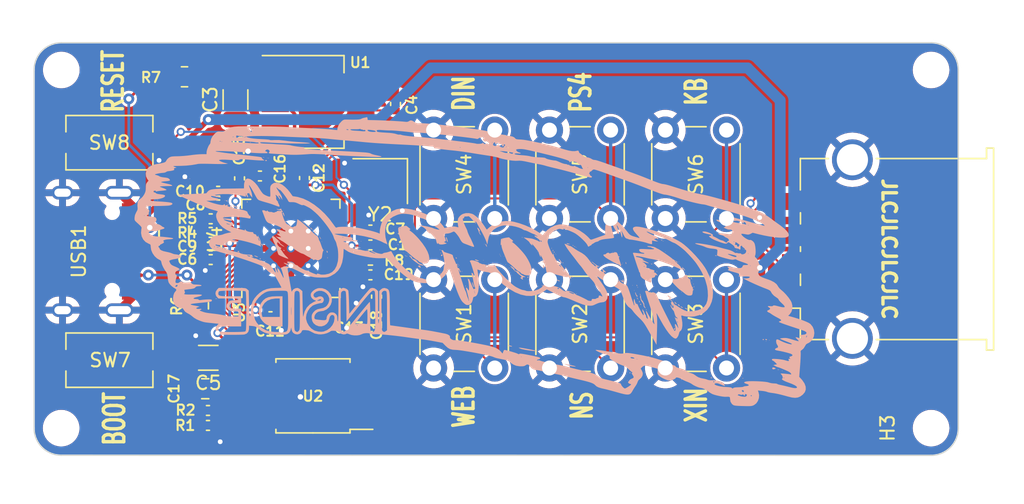
<source format=kicad_pcb>
(kicad_pcb (version 20221018) (generator pcbnew)
  (layers (0 "F.Cu" signal) (31 "B.Cu" signal) (34 "B.Paste" user) (35 "F.Paste" user) (36 "B.SilkS" user "B.Silkscreen") (37 "F.SilkS" user "F.Silkscreen") (38 "B.Mask" user) (39 "F.Mask" user) (44 "Edge.Cuts" user))
  (net 0 "")
  (net 1 "OPTION")
  (net 2 "+3V3")
  (net 3 "CROSS")
  (net 4 "CIRCLE")
  (net 5 "R2")
  (net 6 "+1V1")
  (net 7 "SQUARE")
  (net 8 "TRIANGLE")
  (net 9 "/~{USB_BOOT}")
  (net 10 "/QSPI_SS")
  (net 11 "/USB_D+")
  (net 12 "Net-(U3-USB_DP)")
  (net 13 "/USB_D-")
  (net 14 "D_P")
  (net 15 "D_M")
  (net 16 "Net-(U3-USB_DM)")
  (net 17 "/QSPI_SD1")
  (net 18 "Net-(USB1-CC2)")
  (net 19 "GND")
  (net 20 "/QSPI_SD2")
  (net 21 "/QSPI_SD0")
  (net 22 "/QSPI_SCLK")
  (net 23 "/QSPI_SD3")
  (net 24 "SHARE")
  (net 25 "UP")
  (net 26 "DOWN")
  (net 27 "RIGHT")
  (net 28 "LEFT")
  (net 29 "L2")
  (net 30 "R1")
  (net 31 "L1")
  (net 32 "PS")
  (net 33 "TP")
  (net 34 "/SWCLK")
  (net 35 "/SWD")
  (net 36 "/RUN")
  (net 47 "L3")
  (net 48 "R3")
  (net 49 "Net-(USB1-CC1)")
  (net 52 "Net-(C19-Pad1)")
  (net 53 "/XIN")
  (net 54 "/XOUT")
  (net 55 "+5V")
  (footprint "Capacitor_SMD:C_0402_1005Metric" (layer "F.Cu") (at 38.925 67.3 180)
    (fp_text reference "C19")
    (fp_text value "30p")
  )
  (footprint "MountingHole:MountingHole_2.2mm_M2" (layer "F.Cu") (at 80.175 52.225 90)
    (fp_text reference "H4" hide)
    (fp_text value "MountingHole")
  )
  (footprint "Capacitor_SMD:C_0402_1005Metric" (layer "F.Cu") (at 34.075 60.175 90)
    (fp_text reference "C12")
    (fp_text value "100n")
  )
  (footprint "Capacitor_SMD:C_0402_1005Metric" (layer "F.Cu") (at 38.925 64)
    (fp_text reference "C7")
    (fp_text value "100n")
  )
  (footprint "Capacitor_SMD:C_0402_1005Metric" (layer "F.Cu") (at 27.175 64.175)
    (fp_text reference "R4")
    (fp_text value "27")
  )
  (footprint "MountingHole:MountingHole_2.2mm_M2" (layer "F.Cu") (at 16.175 78.575 90)
    (fp_text reference "H1" hide)
    (fp_text value "MountingHole")
  )
  (footprint "Button_Switch_THT:SW_PUSH_6mm_H13mm" (layer "F.Cu") (at 48.075 56.65 -90)
    (fp_text reference locked "SW4")
    (fp_text value locked "SW_Push_Open")
  )
  (footprint "Connector_USB:USB_A_TE_292303-7_Horizontal" (layer "F.Cu") (at 77.085 65.4 90)
    (fp_text reference "J1" hide)
    (fp_text value "USB_A")
  )
  (footprint "Resistor_SMD:R_0402_1005Metric" (layer "F.Cu") (at 38.925 66.2 180)
    (fp_text reference "R8")
    (fp_text value "1k")
  )
  (footprint "Capacitor_SMD:C_0402_1005Metric" (layer "F.Cu") (at 31.575 70.375)
    (fp_text reference "C11")
    (fp_text value "100n")
  )
  (footprint "Button_Switch_SMD:SW_Tactile_SPST_NO_Straight_CK_PTS636Sx25SMTRLFS" (layer "F.Cu") (at 19.725 73.575)
    (fp_text reference "SW7")
    (fp_text value "SW_Push_Open")
  )
  (footprint "Package_TO_SOT_SMD:SOT-223-3_TabPin2" (layer "F.Cu") (at 35.075 54.575)
    (fp_text reference "U1")
    (fp_text value "NCP1117-3.3_SOT223")
  )
  (footprint "Button_Switch_THT:SW_PUSH_6mm_H13mm" (layer "F.Cu") (at 56.6 56.65 -90)
    (fp_text reference "SW5")
    (fp_text value "SW_Push_Open")
  )
  (footprint "Type-C:HRO-TYPE-C-31-M-12-Assembly" (layer "F.Cu") (at 13.675 65.575 -90)
    (fp_text reference "USB1")
    (fp_text value "HRO-TYPE-C-31-M-12")
  )
  (footprint "Capacitor_SMD:C_0402_1005Metric" (layer "F.Cu") (at 27.725 61.15 180)
    (fp_text reference "C10")
    (fp_text value "1u")
  )
  (footprint "Capacitor_SMD:C_0402_1005Metric" (layer "F.Cu") (at 27.175 63.175)
    (fp_text reference "R5")
    (fp_text value "27")
  )
  (footprint "Button_Switch_THT:SW_PUSH_6mm_H13mm" (layer "F.Cu") (at 56.6 67.65 -90)
    (fp_text reference "SW2")
    (fp_text value "SW_Push_Open")
  )
  (footprint "MountingHole:MountingHole_2.2mm_M2" (layer "F.Cu") (at 80.175 78.575 90)
    (fp_text reference "H3")
    (fp_text value "MountingHole")
  )
  (footprint "Button_Switch_THT:SW_PUSH_6mm_H13mm" (layer "F.Cu") (at 65.125 67.65 -90)
    (fp_text reference "SW3")
    (fp_text value "SW_Push_Open")
  )
  (footprint "Capacitor_SMD:C_0402_1005Metric" (layer "F.Cu") (at 27.175 65.175 180)
    (fp_text reference "C9")
    (fp_text value "100n")
  )
  (footprint "Capacitor_SMD:C_1206_3216Metric" (layer "F.Cu") (at 29 54.4 90)
    (fp_text reference "C3")
    (fp_text value "10u")
  )
  (footprint "Crystal:Crystal_SMD_3225-4Pin_3.2x2.5mm" (layer "F.Cu") (at 39.65 60.4 180)
    (fp_text reference "Y2")
    (fp_text value "Crystal_GND24")
  )
  (footprint "Capacitor_SMD:C_0402_1005Metric" (layer "F.Cu") (at 34.975 71.195)
    (fp_text reference "C13")
    (fp_text value "100n")
  )
  (footprint "Capacitor_SMD:C_0402_1005Metric" (layer "F.Cu") (at 26.975 78.375 180)
    (fp_text reference "R1")
    (fp_text value "1k")
  )
  (footprint "Capacitor_SMD:C_0402_1005Metric" (layer "F.Cu") (at 27.725 62.15 180)
    (fp_text reference "C8")
    (fp_text value "1u")
  )
  (footprint "Button_Switch_SMD:SW_Tactile_SPST_NO_Straight_CK_PTS636Sx25SMTRLFS" (layer "F.Cu") (at 19.725 57.575)
    (fp_text reference "SW8")
    (fp_text value "SW_Push_Open")
  )
  (footprint "Capacitor_SMD:C_0402_1005Metric" (layer "F.Cu") (at 26.975 77.275)
    (fp_text reference "R2")
    (fp_text value "10k")
  )
  (footprint "Capacitor_SMD:C_0402_1005Metric" (layer "F.Cu") (at 30.8 60.025 180)
    (fp_text reference "C16")
    (fp_text value "100n")
  )
  (footprint "Capacitor_SMD:C_1206_3216Metric" (layer "F.Cu") (at 27 73.4 180)
    (fp_text reference "C5")
    (fp_text value "10u")
  )
  (footprint "Capacitor_SMD:C_0402_1005Metric" (layer "F.Cu") (at 29.3 60.2 90)
    (fp_text reference "C15")
    (fp_text value "100n")
  )
  (footprint "Button_Switch_THT:SW_PUSH_6mm_H13mm" (layer "F.Cu") (at 48.075 67.65 -90)
    (fp_text reference locked "SW1")
    (fp_text value "SW_Push_Open")
  )
  (footprint "Resistor_SMD:R_0805_2012Metric" (layer "F.Cu") (at 25.25 52.725)
    (fp_text reference "R7")
    (fp_text value "5.1k")
  )
  (footprint "MountingHole:MountingHole_2.2mm_M2" (layer "F.Cu") (at 16.185 52.225 90)
    (fp_text reference "H2" hide)
    (fp_text value "MountingHole")
  )
  (footprint "Capacitor_SMD:C_0805_2012Metric" (layer "F.Cu") (at 26.775 75.675 180)
    (fp_text reference "C17")
    (fp_text value "10u")
  )
  (footprint "Package_SO:SOIC-8_5.23x5.23mm_P1.27mm" (layer "F.Cu") (at 34.7 76.2 180)
    (fp_text reference "U2")
    (fp_text value "W25Q128JVS")
  )
  (footprint "Capacitor_SMD:C_0402_1005Metric" (layer "F.Cu") (at 39.375 68.9 90)
    (fp_text reference "C18")
    (fp_text value "30p")
  )
  (footprint "Resistor_SMD:R_0805_2012Metric" (layer "F.Cu") (at 26.275 69.575 -90)
    (fp_text reference "R6")
    (fp_text value "5.1k")
  )
  (footprint "Capacitor_SMD:C_0402_1005Metric" (layer "F.Cu") (at 27.175 66.175 180)
    (fp_text reference "C6")
    (fp_text value "100n")
  )
  (footprint "RP2040_minimal:RP2040-QFN-56" (layer "F.Cu") (at 33.075 65.35 90)
    (fp_text reference "U3")
    (fp_text value "RP2040")
  )
  (footprint "Button_Switch_THT:SW_PUSH_6mm_H13mm" (layer "F.Cu") (at 65.125 56.65 -90)
    (fp_text reference "SW6")
    (fp_text value "SW_Push_Open")
  )
  (footprint "Capacitor_SMD:C_0402_1005Metric" (layer "F.Cu") (at 38.925 65.1)
    (fp_text reference "C14")
    (fp_text value "100n")
  )
  (footprint "Capacitor_SMD:C_0402_1005Metric" (layer "F.Cu") (at 40.775 54.725 90)
    (fp_text reference "C4")
    (fp_text value "100n")
  )
  (footprint "SMF05CT1G:SOT65P210X110-6N" (layer "F.Cu") (at 24.475 64.4 -90)
    (fp_text reference "U4")
    (fp_text value "SMF05CT1G")
  )
  (footprint "Logo:gp2040-ce-logo-inside-BW" (layer "B.Cu") (at 46.6 66.325 180)
    (fp_text reference "G***" hide)
    (fp_text value "LOGO" hide)
  )
  (gr_line (start 82.175 52.225) (end 82.175 78.575) (stroke (width 0.1)) (layer "Edge.Cuts"))
  (gr_line (start 14.185 52.225) (end 14.185 78.575) (stroke (width 0.1)) (layer "Edge.Cuts"))
  (gr_arc (start 14.185 52.225) (mid 14.770786 50.810786) (end 16.185 50.225) (stroke (width 0.1)) (layer "Edge.Cuts"))
  (gr_line (start 16.185 50.225) (end 80.175 50.225) (stroke (width 0.1)) (layer "Edge.Cuts"))
  (gr_arc (start 80.175 50.225) (mid 81.589214 50.810786) (end 82.175 52.225) (stroke (width 0.1)) (layer "Edge.Cuts"))
  (gr_line (start 80.175 80.575) (end 16.175 80.565) (stroke (width 0.1)) (layer "Edge.Cuts"))
  (gr_arc (start 16.175 80.565) (mid 14.767858 79.982142) (end 14.185 78.575) (stroke (width 0.1)) (layer "Edge.Cuts"))
  (gr_arc (start 82.175 78.575) (mid 81.589214 79.989214) (end 80.175 80.575) (stroke (width 0.1)) (layer "Edge.Cuts"))
  (gr_text "NS" (at 55.375 78.075 90) (layer "F.SilkS") (effects (font (size 1.5 1) (thickness 0.25) bold) (justify left bottom)))
  (gr_text "WEB" (at 46.675 78.675 90) (layer "F.SilkS") (effects (font (size 1.5 1) (thickness 0.25) bold) (justify left bottom)))
  (gr_text "BOOT" (at 20.975 79.975 90) (layer "F.SilkS") (effects (font (size 1.5 1) (thickness 0.25) bold) (justify left bottom)))
  (gr_text "RESET" (at 20.875 55.475 90) (layer "F.SilkS") (effects (font (size 1.5 1) (thickness 0.25) bold) (justify left bottom)))
  (gr_text "PS4" (at 55.275 55.475 90) (layer "F.SilkS") (effects (font (size 1.5 1) (thickness 0.25) bold) (justify left bottom)))
  (gr_text "KB" (at 63.775 54.975 90) (layer "F.SilkS") (effects (font (size 1.5 1) (thickness 0.25) bold) (justify left bottom)))
  (gr_text "JLCJLCJLCJLC" (at 77.085 65.4 -90) (layer "F.SilkS") (effects (font (size 1 1) (thickness 0.25) bold)))
  (gr_text "DIN" (at 46.675 55.375 90) (layer "F.SilkS") (effects (font (size 1.5 1) (thickness 0.25) bold) (justify left bottom)))
  (gr_text "XIN\n" (at 63.775 78.275 90) (layer "F.SilkS") (effects (font (size 1.5 1) (thickness 0.25) bold) (justify left bottom)))
  (segment (start 32.998 71.581475) (end 32.998 69.998) (width 0.15) (layer "F.Cu") (net 1))
  (segment (start 32.998 69.998) (end 32.675 69.675) (width 0.15) (layer "F.Cu") (net 1))
  (segment (start 32.675 69.675) (end 31.665381 69.675) (width 0.15) (layer "F.Cu") (net 1))
  (segment (start 46.374 72.449) (end 33.865524 72.449) (width 0.15) (layer "F.Cu") (net 1))
  (segment (start 31.665381 69.675) (end 31.275 69.284619) (width 0.15) (layer "F.Cu") (net 1))
  (segment (start 33.865524 72.449) (end 32.998 71.581475) (width 0.15) (layer "F.Cu") (net 1))
  (segment (start 31.275 69.284619) (end 31.275 68.7875) (width 0.15) (layer "F.Cu") (net 1))
  (segment (start 48.075 74.15) (end 46.374 72.449) (width 0.15) (layer "F.Cu") (net 1))
  (segment (start 48.075 74.15) (end 48.075 67.65) (width 0.25) (layer "B.Cu") (net 1))
  (segment (start 38.85 55.2) (end 40.77 55.2) (width 0.15) (layer "F.Cu") (net 2))
  (segment (start 27.725 75.675) (end 28.475 74.925) (width 0.15) (layer "F.Cu") (net 2))
  (segment (start 31.28 60.025) (end 31.28 60.37) (width 0.15) (layer "F.Cu") (net 2))
  (segment (start 29 61.875) (end 29 62.5) (width 0.15) (layer "F.Cu") (net 2))
  (segment (start 35.975 57.748) (end 35.975 56.825) (width 0.25) (layer "F.Cu") (net 2))
  (segment (start 29 61.875) (end 29 63) (width 0.15) (layer "F.Cu") (net 2))
  (segment (start 30.675 62.775) (end 30.65 62.75) (width 0.15) (layer "F.Cu") (net 2))
  (segment (start 37.55 65.15) (end 38.395 65.15) (width 0.15) (layer "F.Cu") (net 2))
  (segment (start 34.875 60.68) (end 34.1 60.68) (width 0.2) (layer "F.Cu") (net 2))
  (segment (start 33.347814 58.348) (end 32.823 58.872814) (width 0.25) (layer "F.Cu") (net 2))
  (segment (start 38.395 65.15) (end 38.445 65.1) (width 0.15) (layer "F.Cu") (net 2))
  (segment (start 29.305 78.105) (end 27.725 76.525) (width 0.15) (layer "F.Cu") (net 2))
  (segment (start 33.859619 68.075) (end 30.690381 68.075) (width 0.15) (layer "F.Cu") (net 2))
  (segment (start 28.575 64.975) (end 28.75 65.15) (width 0.2) (layer "F.Cu") (net 2))
  (segment (start 30.475 69.875) (end 30.475 68.7875) (width 0.15) (layer "F.Cu") (net 2))
  (segment (start 30.675 62.775) (end 30.475 62.575) (width 0.15) (layer "F.Cu") (net 2))
  (segment (start 32.823 58.872814) (end 32.823 59.822814) (width 0.25) (layer "F.Cu") (net 2))
  (segment (start 34.075 62.575) (end 33.875 62.775) (width 0.15) (layer "F.Cu") (net 2))
  (segment (start 29 60.98) (end 29.3 60.68) (width 0.15) (layer "F.Cu") (net 2))
  (segment (start 31.601 60.346) (end 31.28 60.025) (width 0.25) (layer "F.Cu") (net 2))
  (segment (start 27.725 76.525) (end 27.725 75.675) (width 0.15) (layer "F.Cu") (net 2))
  (segment (start 34.075 68.290381) (end 33.859619 68.075) (width 0.15) (layer "F.Cu") (net 2))
  (segment (start 28.375 65.175) (end 27.655 65.175) (width 0.15) (layer "F.Cu") (net 2))
  (segment (start 30.475 69.875) (end 30.975 70.375) (width 0.15) (layer "F.Cu") (net 2))
  (segment (start 33.875 62.775) (end 30.675 62.775) (width 0.15) (layer "F.Cu") (net 2))
  (segment (start 29.15 63.15) (end 29.6375 63.15) (width 0.15) (layer "F.Cu") (net 2))
  (segment (start 30.975 70.375) (end 31.095 70.375) (width 0.15) (layer "F.Cu") (net 2))
  (segment (start 34.075 70.775) (end 34.495 71.195) (width 0.15) (layer "F.Cu") (net 2))
  (segment (start 38.225 54.575) (end 38.85 55.2) (width 0.15) (layer "F.Cu") (net 2))
  (segment (start 31.1 78.105) (end 29.305 78.105) (width 0.15) (layer "F.Cu") (net 2))
  (segment (start 30.475 62.575) (end 30.475 61.9125) (width 0.15) (layer "F.Cu") (net 2))
  (segment (start 31.28 60.37) (end 30.475 61.175) (width 0.15) (layer "F.Cu") (net 2))
  (segment (start 34.075 68.7875) (end 34.075 70.775) (width 0.15) (layer "F.Cu") (net 2))
  (segment (start 30.475 61.175) (end 30.475 61.9125) (width 0.15) (layer "F.Cu") (net 2))
  (segment (start 40.77 55.2) (end 40.775 55.205) (width 0.15) (layer "F.Cu") (net 2))
  (segment (start 30.475 68.290381) (end 30.475 68.7875) (width 0.15) (layer "F.Cu") (net 2))
  (segment (start 28.83 61.15) (end 28.205 61.15) (width 0.15) (layer "F.Cu") (net 2))
  (segment (start 30.690381 68.075) (end 30.475 68.290381) (width 0.15) (layer "F.Cu") (net 2))
  (segment (start 33.347814 55.447814) (end 33.347814 58.348) (width 0.25) (layer "F.Cu") (net 2))
  (segment (start 29.25 62.75) (end 29.6375 62.75) (width 0.15) (layer "F.Cu") (net 2))
  (segment (start 35.975 56.825) (end 38.225 54.575) (width 0.25) (layer "F.Cu") (net 2))
  (segment (start 32.299814 60.346) (end 31.601 60.346) (width 0.25) (layer "F.Cu") (net 2))
  (segment (start 37.55 65.15) (end 36.5125 65.15) (width 0.15) (layer "F.Cu") (net 2))
  (segment (start 30.3 63.15) (end 29.6375 63.15) (width 0.15) (layer "F.Cu") (net 2))
  (segment (start 29 63) (end 29.15 63.15) (width 0.15) (layer "F.Cu") (net 2))
  (segment (start 28.575 64.975) (end 28.375 65.175) (width 0.15) (layer "F.Cu") (net 2))
  (segment (start 28.475 73.4) (end 28.475 72.375) (width 0.2) (layer "F.Cu") (net 2))
  (segment (start 34.1 60.68) (end 34.075 60.655) (width 0.2) (layer "F.Cu") (net 2))
  (segment (start 28.8 64.75) (end 29.6375 64.75) (width 0.2) (layer "F.Cu") (net 2))
  (segment (start 28.575 64.975) (end 28.8 64.75) (width 0.2) (layer "F.Cu") (net 2))
  (segment (start 28.75 65.15) (end 29.6375 65.15) (width 0.2) (layer "F.Cu") (net 2))
  (segment (start 28.475 74.925) (end 28.475 73.4) (width 0.15) (layer "F.Cu") (net 2))
  (segment (start 29.3 60.68) (end 28.83 61.15) (width 0.15) (layer "F.Cu") (net 2))
  (segment (start 34.075 68.7875) (end 34.075 68.290381) (width 0.15) (layer "F.Cu") (net 2))
  (segment (start 26.495 77.275) (end 26.495 76.905) (width 0.15) (layer "F.Cu") (net 2))
  (segment (start 33.347814 58.348) (end 35.375 58.348) (width 0.25) (layer "F.Cu") (net 2))
  (segment (start 26.495 76.905) (end 27.725 75.675) (width 0.15) (layer "F.Cu") (net 2))
  (segment (start 30.675 62.775) (end 30.3 63.15) (width 0.15) (layer "F.Cu") (net 2))
  (segment (start 30.65 62.75) (end 29.6375 62.75) (width 0.15) (layer "F.Cu") (net 2))
  (segment (start 34.075 61.9125) (end 34.075 62.575) (width 0.15) (layer "F.Cu") (net 2))
  (segment (start 34.075 61.9125) (end 34.075 60.655) (width 0.15) (layer "F.Cu") (net 2))
  (segment (start 32.823 59.822814) (end 32.299814 60.346) (width 0.25) (layer "F.Cu") (net 2))
  (segment (start 29 61.875) (end 29 60.98) (width 0.15) (layer "F.Cu") (net 2))
  (segment (start 28.475 72.375) (end 27.675 71.575) (width 0.2) (layer "F.Cu") (net 2))
  (segment (start 32.475 54.575) (end 33.347814 55.447814) (width 0.25) (layer "F.Cu") (net 2))
  (segment (start 35.375 58.348) (end 35.975 57.748) (width 0.25) (layer "F.Cu") (net 2))
  (segment (start 29 62.5) (end 29.25 62.75) (width 0.15) (layer "F.Cu") (net 2))
  (segment (start 31.925 54.575) (end 32.475 54.575) (width 0.25) (layer "F.Cu") (net 2))
  (via (at 34.875 60.68) (size 0.6) (drill 0.35) (layers "F.Cu" "B.Cu") (net 2))
  (via (at 37.55 65.15) (size 0.6) (drill 0.35) (layers "F.Cu" "B.Cu") (net 2))
  (via (at 29 61.875) (size 0.6) (drill 0.35) (layers "F.Cu" "B.Cu") (net 2))
  (via (at 28.575 64.975) (size 0.6) (drill 0.35) (layers "F.Cu" "B.Cu") (net 2))
  (via (at 30.475 69.875) (size 0.6) (drill 0.35) (layers "F.Cu" "B.Cu") (net 2))
  (via (at 27.675 71.575) (size 0.6) (drill 0.35) (layers "F.Cu" "B.Cu") (net 2))
  (segment (start 29.475 69.875) (end 28.525 68.925) (width 0.2) (layer "B.Cu") (net 2))
  (segment (start 36.155 60.68) (end 34.875 60.68) (width 0.2) (layer "B.Cu") (net 2))
  (segment (start 36.37 60.895) (end 36.155 60.68) (width 0.2) (layer "B.Cu") (net 2))
  (segment (start 36.7244 61.28) (end 36.37 60.9256) (width 0.2) (layer "B.Cu") (net 2))
  (segment (start 36.755 61.28) (end 36.7244 61.28) (width 0.2) (layer "B.Cu") (net 2))
  (segment (start 37.55 62.075) (end 36.755 61.28) (width 0.2) (layer "B.Cu") (net 2))
  (segment (start 29 64.55) (end 28.575 64.975) (width 0.2) (layer "B.Cu") (net 2))
  (segment (start 28.575 70.675) (end 28.575 64.975) (width 0.2) (layer "B.Cu") (net 2))
  (segment (start 30.475 69.875) (end 29.475 69.875) (width 0.2) (layer "B.Cu") (net 2))
  (segment (start 27.675 71.575) (end 28.575 70.675) (width 0.2) (layer "B.Cu") (net 2))
  (segment (start 29 61.875) (end 29 64.55) (width 0.2) (layer "B.Cu") (net 2))
  (segment (start 37.55 65.15) (end 37.55 62.075) (width 0.2) (layer "B.Cu") (net 2))
  (segment (start 36.37 60.9256) (end 36.37 60.895) (width 0.2) (layer "B.Cu") (net 2))
  (segment (start 54.622 72.172) (end 33.980262 72.172) (width 0.15) (layer "F.Cu") (net 3))
  (segment (start 33.980262 72.172) (end 33.275 71.466738) (width 0.15) (layer "F.Cu") (net 3))
  (segment (start 56.6 74.15) (end 54.622 72.172) (width 0.15) (layer "F.Cu") (net 3))
  (segment (start 33.275 71.466738) (end 33.275 68.7875) (width 0.15) (layer "F.Cu") (net 3))
  (segment (start 56.6 74.15) (end 56.6 67.65) (width 0.25) (layer "B.Cu") (net 3))
  (segment (start 34.095 71.895) (end 62.87 71.895) (width 0.15) (layer "F.Cu") (net 4))
  (segment (start 62.87 71.895) (end 65.125 74.15) (width 0.15) (layer "F.Cu") (net 4))
  (segment (start 33.675 71.475) (end 34.095 71.895) (width 0.15) (layer "F.Cu") (net 4))
  (segment (start 33.675 68.7875) (end 33.675 71.475) (width 0.15) (layer "F.Cu") (net 4))
  (segment (start 65.125 67.65) (end 65.125 74.15) (width 0.25) (layer "B.Cu") (net 4))
  (segment (start 34.939 70.539) (end 34.475 70.075) (width 0.15) (layer "F.Cu") (net 5))
  (segment (start 63.1 65.175) (end 42.675 65.175) (width 0.15) (layer "F.Cu") (net 5))
  (segment (start 41.575 66.275) (end 41.575 69.375) (width 0.15) (layer "F.Cu") (net 5))
  (segment (start 42.675 65.175) (end 41.575 66.275) (width 0.15) (layer "F.Cu") (net 5))
  (segment (start 40.410999 70.539) (end 34.939 70.539) (width 0.15) (layer "F.Cu") (net 5))
  (segment (start 41.575 69.375) (end 40.410999 70.539) (width 0.15) (layer "F.Cu") (net 5))
  (segment (start 34.475 70.075) (end 34.475 68.7875) (width 0.15) (layer "F.Cu") (net 5))
  (segment (start 65.125 63.15) (end 63.1 65.175) (width 0.15) (layer "F.Cu") (net 5))
  (segment (start 65.125 63.15) (end 65.125 56.65) (width 0.25) (layer "B.Cu") (net 5))
  (segment (start 28.024576 66.175) (end 27.655 66.175) (width 0.15) (layer "F.Cu") (net 6))
  (segment (start 28.275 62.695244) (end 28.205 62.625244) (width 0.15) (layer "F.Cu") (net 6))
  (segment (start 29.6375 65.55) (end 28.649576 65.55) (width 0.15) (layer "F.Cu") (net 6))
  (segment (start 34.975 63.075) (end 30.875 63.075) (width 0.15) (layer "F.Cu") (net 6))
  (segment (start 30.2 65.55) (end 30.475 65.275) (width 0.15) (layer "F.Cu") (net 6))
  (segment (start 37.075 64.75) (end 36.5125 64.75) (width 0.15) (layer "F.Cu") (net 6))
  (segment (start 29.6375 63.55) (end 28.958262 63.55) (width 0.15) (layer "F.Cu") (net 6))
  (segment (start 30.4 63.55) (end 30.291738 63.55) (width 0.15) (layer "F.Cu") (net 6))
  (segment (start 28.958262 63.55) (end 28.275 62.866738) (width 0.15) (layer "F.Cu") (net 6))
  (segment (start 38.445 64) (end 37.825 64) (width 0.15) (layer "F.Cu") (net 6))
  (segment (start 36.5125 64.75) (end 36.015381 64.75) (width 0.15) (layer "F.Cu") (net 6))
  (segment (start 28.275 62.866738) (end 28.275 62.695244) (width 0.15) (layer "F.Cu") (net 6))
  (segment (start 28.205 62.625244) (end 28.205 62.15) (width 0.15) (layer "F.Cu") (net 6))
  (segment (start 28.649576 65.55) (end 28.024576 66.175) (width 0.15) (layer "F.Cu") (net 6))
  (segment (start 35.675 63.775) (end 34.975 63.075) (width 0.15) (layer "F.Cu") (net 6))
  (segment (start 37.825 64) (end 37.075 64.75) (width 0.15) (layer "F.Cu") (net 6))
  (segment (start 30.291738 63.55) (end 29.6375 63.55) (width 0.15) (layer "F.Cu") (net 6))
  (segment (start 30.475 63.733262) (end 30.291738 63.55) (width 0.15) (layer "F.Cu") (net 6))
  (segment (start 36.015381 64.75) (end 35.675 64.409619) (width 0.15) (layer "F.Cu") (net 6))
  (segment (start 30.875 63.075) (end 30.4 63.55) (width 0.15) (layer "F.Cu") (net 6))
  (segment (start 29.6375 65.55) (end 30.2 65.55) (width 0.15) (layer "F.Cu") (net 6))
  (segment (start 30.475 65.275) (end 30.475 63.733262) (width 0.15) (layer "F.Cu") (net 6))
  (segment (start 35.675 64.409619) (end 35.675 63.775) (width 0.15) (layer "F.Cu") (net 6))
  (segment (start 48.075 63.15) (end 46.327 64.898) (width 0.15) (layer "F.Cu") (net 7))
  (segment (start 41.298 66.160263) (end 41.298 69.260262) (width 0.15) (layer "F.Cu") (net 7))
  (segment (start 41.298 69.260262) (end 40.296262 70.262) (width 0.15) (layer "F.Cu") (net 7))
  (segment (start 35.662 70.262) (end 35.275 69.875) (width 0.15) (layer "F.Cu") (net 7))
  (segment (start 40.296262 70.262) (end 35.662 70.262) (width 0.15) (layer "F.Cu") (net 7))
  (segment (start 42.560262 64.898) (end 41.298 66.160263) (width 0.15) (layer "F.Cu") (net 7))
  (segment (start 46.327 64.898) (end 42.560262 64.898) (width 0.15) (layer "F.Cu") (net 7))
  (segment (start 35.275 69.875) (end 35.275 68.7875) (width 0.15) (layer "F.Cu") (net 7))
  (segment (start 48.075 63.15) (end 48.075 56.65) (width 0.25) (layer "B.Cu") (net 7))
  (segment (start 40.181524 69.985) (end 36.085 69.985) (width 0.15) (layer "F.Cu") (net 8))
  (segment (start 36.085 69.985) (end 35.675 69.575) (width 0.15) (layer "F.Cu") (net 8))
  (segment (start 56.6 63.15) (end 55.125 61.675) (width 0.15) (layer "F.Cu") (net 8))
  (segment (start 35.675 69.575) (end 35.675 68.7875) (width 0.15) (layer "F.Cu") (net 8))
  (segment (start 41.021 66.045526) (end 41.021 69.145524) (width 0.15) (layer "F.Cu") (net 8))
  (segment (start 42.925 61.675) (end 42.2 62.4) (width 0.15) (layer "F.Cu") (net 8))
  (segment (start 42.2 62.4) (end 42.2 64.866526) (width 0.15) (layer "F.Cu") (net 8))
  (segment (start 55.125 61.675) (end 42.925 61.675) (width 0.15) (layer "F.Cu") (net 8))
  (segment (start 42.2 64.866526) (end 41.021 66.045526) (width 0.15) (layer "F.Cu") (net 8))
  (segment (start 41.021 69.145524) (end 40.181524 69.985) (width 0.15) (layer "F.Cu") (net 8))
  (segment (start 56.6 63.15) (end 56.6 56.65) (width 0.25) (layer "B.Cu") (net 8))
  (segment (start 25.375 78.375) (end 23.6 76.6) (width 0.15) (layer "F.Cu") (net 9))
  (segment (start 23.6 76.6) (end 23.6 73.575) (width 0.15) (layer "F.Cu") (net 9))
  (segment (start 26.495 78.375) (end 25.375 78.375) (width 0.15) (layer "F.Cu") (net 9))
  (segment (start 27.455 78.375) (end 27.915 78.375) (width 0.15) (layer "F.Cu") (net 10))
  (segment (start 40 76.75) (end 38.645 78.105) (width 0.15) (layer "F.Cu") (net 10))
  (segment (start 40 73.3) (end 40 76.75) (width 0.15) (layer "F.Cu") (net 10))
  (segment (start 27.915 78.375) (end 28.815 79.275) (width 0.15) (layer "F.Cu") (net 10))
  (segment (start 39.426 72.726) (end 40 73.3) (width 0.15) (layer "F.Cu") (net 10))
  (segment (start 27.455 77.275) (end 27.455 78.375) (width 0.15) (layer "F.Cu") (net 10))
  (segment (start 38.645 78.105) (end 38.3 78.105) (width 0.15) (layer "F.Cu") (net 10))
  (segment (start 28.675 69.675) (end 31.726 72.726) (width 0.15) (layer "F.Cu") (net 10))
  (segment (start 29 67.95) (end 28.675 68.275) (width 0.15) (layer "F.Cu") (net 10))
  (segment (start 31.726 72.726) (end 39.426 72.726) (width 0.15) (layer "F.Cu") (net 10))
  (segment (start 28.815 79.275) (end 36.575 79.275) (width 0.15) (layer "F.Cu") (net 10))
  (segment (start 36.575 79.275) (end 37.745 78.105) (width 0.15) (layer "F.Cu") (net 10))
  (segment (start 37.745 78.105) (end 38.3 78.105) (width 0.15) (layer "F.Cu") (net 10))
  (segment (start 29.6375 67.95) (end 29 67.95) (width 0.15) (layer "F.Cu") (net 10))
  (segment (start 28.675 68.275) (end 28.675 69.675) (width 0.15) (layer "F.Cu") (net 10))
  (segment (start 25.763229 66.611771) (end 24.736771 66.611771) (width 0.2) (layer "F.Cu") (net 11))
  (segment (start 20.395 65.325) (end 21.37 65.325) (width 0.2) (layer "F.Cu") (net 11))
  (segment (start 24.736771 66.611771) (end 24.475 66.35) (width 0.2) (layer "F.Cu") (net 11))
  (segment (start 26.695 64.175) (end 26.075 64.795) (width 0.2) (layer "F.Cu") (net 11))
  (segment (start 24.475 66.35) (end 24.475 65.335) (width 0.2) (layer "F.Cu") (net 11))
  (segment (start 20.395 66.325) (end 20.345 66.275) (width 0.2) (layer "F.Cu") (net 11))
  (segment (start 26.075 64.795) (end 26.075 66.3) (width 0.2) (layer "F.Cu") (net 11))
  (segment (start 26.075 66.3) (end 25.763229 66.611771) (width 0.2) (layer "F.Cu") (net 11))
  (segment (start 20.345 65.375) (end 20.395 65.325) (width 0.2) (layer "F.Cu") (net 11))
  (segment (start 21.37 66.325) (end 20.395 66.325) (width 0.2) (layer "F.Cu") (net 11))
  (segment (start 20.345 66.275) (end 20.345 65.375) (width 0.2) (layer "F.Cu") (net 11))
  (segment (start 24.736771 66.611771) (end 24.45 66.325) (width 0.2) (layer "F.Cu") (net 11))
  (segment (start 24.45 66.325) (end 21.37 66.325) (width 0.2) (layer "F.Cu") (net 11))
  (segment (start 28.775 64.175) (end 28.95 64.35) (width 0.15) (layer "F.Cu") (net 12))
  (segment (start 27.655 64.175) (end 28.775 64.175) (width 0.15) (layer "F.Cu") (net 12))
  (segment (start 28.95 64.35) (end 29.6375 64.35) (width 0.15) (layer "F.Cu") (net 12))
  (segment (start 22.885 64.505) (end 24.771418 64.505) (width 0.2) (layer "F.Cu") (net 13))
  (segment (start 22.225 64.825) (end 21.37 64.825) (width 0.2) (layer "F.Cu") (net 13))
  (segment (start 25.748 66.164552) (end 25.627781 66.284771) (width 0.2) (layer "F.Cu") (net 13))
  (segment (start 22.195 65.825) (end 22.395 65.625) (width 0.2) (layer "F.Cu") (net 13))
  (segment (start 25.125 64.858582) (end 25.125 65.335) (width 0.2) (layer "F.Cu") (net 13))
  (segment (start 22.395 64.995) (end 22.225 64.825) (width 0.2) (layer "F.Cu") (net 13))
  (segment (start 21.37 65.825) (end 22.195 65.825) (width 0.2) (layer "F.Cu") (net 13))
  (segment (start 25.125 66.15) (end 25.125 65.335) (width 0.2) (layer "F.Cu") (net 13))
  (segment (start 22.395 64.995) (end 22.885 64.505) (width 0.2) (layer "F.Cu") (net 13))
  (segment (start 25.748 64.122) (end 25.748 66.164552) (width 0.2) (layer "F.Cu") (net 13))
  (segment (start 22.395 65.625) (end 22.395 64.995) (width 0.2) (layer "F.Cu") (net 13))
  (segment (start 25.259771 66.284771) (end 25.125 66.15) (width 0.2) (layer "F.Cu") (net 13))
  (segment (start 24.771418 64.505) (end 25.125 64.858582) (width 0.2) (layer "F.Cu") (net 13))
  (segment (start 25.627781 66.284771) (end 25.259771 66.284771) (width 0.2) (layer "F.Cu") (net 13))
  (segment (start 26.695 63.175) (end 25.748 64.122) (width 0.2) (layer "F.Cu") (net 13))
  (segment (start 66.458262 54.475) (end 43.466738 54.475) (width 0.15) (layer "F.Cu") (net 14))
  (segment (start 35.698 58.952) (end 33.814738 58.952) (width 0.15) (layer "F.Cu") (net 14))
  (segment (start 36.175 58.475) (end 35.698 58.952) (width 0.15) (layer "F.Cu") (net 14))
  (segment (start 67.198 55.214738) (end 66.458262 54.475) (width 0.15) (layer "F.Cu") (net 14))
  (segment (start 43.466738 54.475) (end 39.466737 58.475) (width 0.15) (layer "F.Cu") (net 14))
  (segment (start 67.198 61.732) (end 67.198 55.214738) (width 0.15) (layer "F.Cu") (net 14))
  (segment (start 66.895 62.035) (end 67.198 61.732) (width 0.15) (layer "F.Cu") (net 14))
  (segment (start 31.275 61.275) (end 31.275 61.9125) (width 0.15) (layer "F.Cu") (net 14))
  (segment (start 32.55 60.95) (end 31.6 60.95) (width 0.15) (layer "F.Cu") (net 14))
  (segment (start 39.466737 58.475) (end 36.175 58.475) (width 0.15) (layer "F.Cu") (net 14))
  (segment (start 33.814738 58.952) (end 33.427 59.339738) (width 0.15) (layer "F.Cu") (net 14))
  (segment (start 31.6 60.95) (end 31.275 61.275) (width 0.15) (layer "F.Cu") (net 14))
  (segment (start 33.427 60.073) (end 32.55 60.95) (width 0.15) (layer "F.Cu") (net 14))
  (segment (start 33.427 59.339738) (end 33.427 60.073) (width 0.15) (layer "F.Cu") (net 14))
  (segment (start 68.875 64.4) (end 70.705 64.4) (width 0.15) (layer "F.Cu") (net 14))
  (segment (start 67.5625 63.0875) (end 68.875 64.4) (width 0.15) (layer "F.Cu") (net 14))
  (via (at 66.895 62.035) (size 0.6) (drill 0.35) (layers "F.Cu" "B.Cu") (net 14))
  (via (at 67.5625 63.0875) (size 0.6) (drill 0.35) (layers "F.Cu" "B.Cu") (net 14))
  (segment (start 67.5625 63.0875) (end 66.895 62.42) (width 0.15) (layer "B.Cu") (net 14))
  (segment (start 66.895 62.42) (end 66.895 62.035) (width 0.15) (layer "B.Cu") (net 14))
  (segment (start 66.573 54.198) (end 67.475 55.100001) (width 0.15) (layer "F.Cu") (net 15))
  (segment (start 30.875 61.283263) (end 31.485263 60.673) (width 0.15) (layer "F.Cu") (net 15))
  (segment (start 33.15 59.225) (end 33.7 58.675) (width 0.15) (layer "F.Cu") (net 15))
  (segment (start 32.435262 60.673) (end 33.15 59.958262) (width 0.15) (layer "F.Cu") (net 15))
  (segment (start 67.475 62.275244) (end 66.9825 62.767744) (width 0.15) (layer "F.Cu") (net 15))
  (segment (start 66.9825 64.3825) (end 69 66.4) (width 0.15) (layer "F.Cu") (net 15))
  (segment (start 35.583262 58.675) (end 36.060263 58.198) (width 0.15) (layer "F.Cu") (net 15))
  (segment (start 31.485263 60.673) (end 32.435262 60.673) (width 0.15) (layer "F.Cu") (net 15))
  (segment (start 69 66.4) (end 70.705 66.4) (width 0.15) (layer "F.Cu") (net 15))
  (segment (start 66.9825 62.767744) (end 66.9825 64.3825) (width 0.15) (layer "F.Cu") (net 15))
  (segment (start 33.7 58.675) (end 35.583262 58.675) (width 0.15) (layer "F.Cu") (net 15))
  (segment (start 39.352 58.198) (end 43.352 54.198) (width 0.15) (layer "F.Cu") (net 15))
  (segment (start 30.875 61.9125) (end 30.875 61.283263) (width 0.15) (layer "F.Cu") (net 15))
  (segment (start 43.352 54.198) (end 66.573 54.198) (width 0.15) (layer "F.Cu") (net 15))
  (segment (start 36.060263 58.198) (end 39.352 58.198) (width 0.15) (layer "F.Cu") (net 15))
  (segment (start 33.15 59.958262) (end 33.15 59.225) (width 0.15) (layer "F.Cu") (net 15))
  (segment (start 67.475 55.100001) (end 67.475 62.275244) (width 0.15) (layer "F.Cu") (net 15))
  (segment (start 27.655 63.175) (end 28.175 63.175) (width 0.15) (layer "F.Cu") (net 16))
  (segment (start 28.175 63.175) (end 28.95 63.95) (width 0.15) (layer "F.Cu") (net 16))
  (segment (start 28.95 63.95) (end 29.6375 63.95) (width 0.15) (layer "F.Cu") (net 16))
  (segment (start 28.398 69.789738) (end 31.611262 73.003) (width 0.15) (layer "F.Cu") (net 17))
  (segment (start 38.605 76.835) (end 38.3 76.835) (width 0.15) (layer "F.Cu") (net 17))
  (segment (start 31.611262 73.003) (end 38.903 73.003) (width 0.15) (layer "F.Cu") (net 17))
  (segment (start 29.6375 67.55) (end 29.008262 67.55) (width 0.15) (layer "F.Cu") (net 17))
  (segment (start 39.723 75.717) (end 38.605 76.835) (width 0.15) (layer "F.Cu") (net 17))
  (segment (start 39.723 73.823) (end 39.723 75.717) (width 0.15) (layer "F.Cu") (net 17))
  (segment (start 38.903 73.003) (end 39.723 73.823) (width 0.15) (layer "F.Cu") (net 17))
  (segment (start 28.398 68.160263) (end 28.398 69.789738) (width 0.15) (layer "F.Cu") (net 17))
  (segment (start 29.008262 67.55) (end 28.398 68.160263) (width 0.15) (layer "F.Cu") (net 17))
  (segment (start 25.425 67.311771) (end 26.275 68.161771) (width 0.2) (layer "F.Cu") (net 18))
  (segment (start 22.590971 67.311771) (end 22.238229 67.311771) (width 0.2) (layer "F.Cu") (net 18))
  (segment (start 22.225 67.325) (end 21.37 67.325) (width 0.2) (layer "F.Cu") (net 18))
  (segment (start 22.238229 67.311771) (end 22.225 67.325) (width 0.2) (layer "F.Cu") (net 18))
  (segment (start 26.275 68.161771) (end 26.275 68.6625) (width 0.2) (layer "F.Cu") (net 18))
  (via (at 22.590971 67.311771) (size 0.8) (drill 0.4) (layers "F.Cu" "B.Cu") (net 18))
  (via (at 25.425 67.311771) (size 0.8) (drill 0.4) (layers "F.Cu" "B.Cu") (net 18))
  (segment (start 25.425 67.311771) (end 22.590971 67.311771) (width 0.2) (layer "B.Cu") (net 18))
  (segment (start 27.245 61.15) (end 26.35 61.15) (width 0.15) (layer "F.Cu") (net 19))
  (segment (start 24.475 60.875) (end 25.275 60.075) (width 0.25) (layer "F.Cu") (net 19))
  (segment (start 29.925 58.2) (end 30.32 58.595) (width 0.15) (layer "F.Cu") (net 19))
  (segment (start 39.37 69.375) (end 39.375 69.38) (width 0.15) (layer "F.Cu") (net 19))
  (segment (start 26.775 66.975) (end 26.695 66.895) (width 0.15) (layer "F.Cu") (net 19))
  (segment (start 29.3 59.72) (end 25.63 59.72) (width 0.15) (layer "F.Cu") (net 19))
  (segment (start 26.075 70.6875) (end 26.275 70.4875) (width 0.15) (layer "F.Cu") (net 19))
  (segment (start 21.37 68.825) (end 21.37 68.98) (width 0.6) (layer "F.Cu") (net 19))
  (segment (start 41.275 62.575) (end 40.75 62.05) (width 0.15) (layer "F.Cu") (net 19))
  (segment (start 39.405 65.1) (end 39.405 64) (width 0.15) (layer "F.Cu") (net 19))
  (segment (start 37.55 59.6) (end 38.5 59.6) (width 0.15) (layer "F.Cu") (net 19))
  (segment (start 37.518 69.018) (end 37.875 69.375) (width 0.15) (layer "F.Cu") (net 19))
  (segment (start 26.35 61.15) (end 25.275 60.075) (width 0.15) (layer "F.Cu") (net 19))
  (segment (start 25.525 75.375) (end 25.825 75.675) (width 0.15) (layer "F.Cu") (net 19))
  (segment (start 21.37 62.17) (end 20.455 61.255) (width 0.6) (layer "F.Cu") (net 19))
  (segment (start 36.5125 66.35) (end 37.009619 66.35) (width 0.15) (layer "F.Cu") (net 19))
  (segment (start 37.025 59.075) (end 37.55 59.6) (width 0.15) (layer "F.Cu") (net 19))
  (segment (start 25.63 59.72) (end 25.275 60.075) (width 0.15) (layer "F.Cu") (net 19))
  (segment (start 40.75 62.05) (end 40.75 61.25) (width 0.15) (layer "F.Cu") (net 19))
  (segment (start 37.009619 66.35) (end 37.518 66.858381) (width 0.15) (layer "F.Cu") (net 19))
  (segment (start 21.37 62.325) (end 21.37 62.17) (width 0.6) (layer "F.Cu") (net 19))
  (segment (start 39.405 63.505) (end 39.405 64) (width 0.15) (layer "F.Cu") (net 19))
  (segment (start 38.8 62.9) (end 39.405 63.505) (width 0.15) (layer "F.Cu") (net 19))
  (segment (start 38.375 67.37) (end 38.445 67.3) (width 0.15) (layer "F.Cu") (net 19))
  (segment (start 38.375 68.175) (end 38.375 67.37) (width 0.15) (layer "F.Cu") (net 19))
  (segment (start 30.32 58.595) (end 30.32 60.025) (width 0.15) (layer "F.Cu") (net 19))
  (segment (start 38.3 74.295) (end 35.755 74.295) (width 0.15) (layer "F.Cu") (net 19))
  (segment (start 38.5 59.6) (end 38.55 59.55) (width 0.15) (layer "F.Cu") (net 19))
  (segment (start 34.095 59.675) (end 34.075 59.695) (width 0.15) (layer "F.Cu") (net 19))
  (segment (start 37.875 69.375) (end 39.37 69.375) (width 0.15) (layer "F.Cu") (net 19))
  (segment (start 26.695 65.175) (end 26.695 66.175) (width 0.15) (layer "F.Cu") (net 19))
  (segment (start 25.525 72.325) (end 25.525 75.375) (width 0.15) (layer "F.Cu") (net 19))
  (segment (start 34.975 59.675) (end 34.095 59.675) (width 0.15) (layer "F.Cu") (net 19))
  (segment (start 32.375 71.375) (end 32.055 71.055) (width 0.25) (layer "F.Cu") (net 19))
  (segment (start 32.055 71.055) (end 32.055 70.375) (width 0.25) (layer "F.Cu") (net 19))
  (segment (start 21.37 68.98) (end 20.455 69.895) (width 0.6) (layer "F.Cu") (net 19))
  (segment (start 37.518 66.858381) (end 37.518 69.018) (width 0.15) (layer "F.Cu") (net 19))
  (segment (start 37.175 71.195) (end 35.455 71.195) (width 0.15) (layer "F.Cu") (net 19))
  (segment (start 27.245 62.15) (end 27.245 61.15) (width 0.15) (layer "F.Cu") (net 19))
  (segment (start 26.695 66.895) (end 26.695 66.175) (width 0.15) (layer "F.Cu") (net 19))
  (segment (start 26.075 71.775) (end 26.075 70.6875) (width 0.15) (layer "F.Cu") (net 19))
  (segment (start 24.475 63.465) (end 24.475 60.875) (width 0.25) (layer "F.Cu") (net 19))
  (segment (start 26.075 71.775) (end 25.525 72.325) (width 0.15) (layer "F.Cu") (net 19))
  (segment (start 35.755 74.295) (end 33.775 76.275) (width 0.15) (layer "F.Cu") (net 19))
  (via (at 27.875 79.575) (size 0.6) (drill 0.35) (layers "F.Cu" "B.Cu") (net 19))
  (via (at 37.025 59.075) (size 0.6) (drill 0.35) (layers "F.Cu" "B.Cu") (net 19))
  (via (at 29.925 58.2) (size 0.8) (drill 0.4) (layers "F.Cu" "B.Cu") (net 19))
  (via (at 37.175 71.195) (size 0.6) (drill 0.35) (layers "F.Cu" "B.Cu") (net 19))
  (via (at 38.8 62.9) (size 0.6) (drill 0.35) (layers "F.Cu" "B.Cu") (net 19))
  (via (at 32.375 71.375) (size 0.6) (drill 0.35) (layers "F.Cu" "B.Cu") (net 19))
  (via (at 25.275 60.075) (size 0.6) (drill 0.35) (layers "F.Cu" "B.Cu") (net 19))
  (via (at 37.875 69.375) (size 0.6) (drill 0.35) (layers "F.Cu" "B.Cu") (net 19))
  (via (at 26.075 71.775) (size 0.6) (drill 0.35) (layers "F.Cu" "B.Cu") (net 19))
  (via (at 41.275 62.575) (size 0.6) (drill 0.35) (layers "F.Cu" "B.Cu") (net 19))
  (via (at 23.375 58.875) (size 0.6) (drill 0.35) (layers "F.Cu" "B.Cu") (net 19))
  (via (at 33.775 76.275) (size 0.8) (drill 0.4) (layers "F.Cu" "B.Cu") (net 19))
  (via (at 38.375 68.175) (size 0.6) (drill 0.35) (layers "F.Cu" "B.Cu") (net 19))
  (via (at 34.975 59.675) (size 0.6) (drill 0.35) (layers "F.Cu" "B.Cu") (net 19))
  (via (at 26.775 66.975) (size 0.6) (drill 0.35) (layers "F.Cu" "B.Cu") (net 19))
  (segment (start 33.775 76.275) (end 30.475 79.575) (width 0.15) (layer "B.Cu") (net 19))
  (segment (start 24.575 60.075) (end 25.275 60.075) (width 0.15) (layer "B.Cu") (net 19))
  (segment (start 23.375 58.875) (end 24.575 60.075) (width 0.15) (layer "B.Cu") (net 19))
  (segment (start 26.075 71.795244) (end 26.734756 72.455) (width 0.15) (layer "B.Cu") (net 19))
  (segment (start 30.475 79.575) (end 27.875 79.575) (width 0.15) (layer "B.Cu") (net 19))
  (segment (start 26.734756 72.455) (end 29.955 72.455) (width 0.15) (layer "B.Cu") (net 19))
  (segment (start 26.075 71.775) (end 26.075 71.795244) (width 0.15) (layer "B.Cu") (net 19))
  (segment (start 29.955 72.455) (end 33.775 76.275) (width 0.15) (layer "B.Cu") (net 19))
  (segment (start 32.375 71.375) (end 32.375 74.875) (width 0.15) (layer "B.Cu") (net 19))
  (segment (start 32.375 74.875) (end 33.775 76.275) (width 0.15) (layer "B.Cu") (net 19))
  (segment (start 38.788262 73.28) (end 39.446 73.937738) (width 0.15) (layer "F.Cu") (net 20))
  (segment (start 39.446 73.937738) (end 39.446 74.694) (width 0.15) (layer "F.Cu") (net 20))
  (segment (start 29.016526 67.15) (end 28.121 68.045526) (width 0.15) (layer "F.Cu") (net 20))
  (segment (start 28.121 68.045526) (end 28.121 69.904476) (width 0.15) (layer "F.Cu") (net 20))
  (segment (start 31.496525 73.28) (end 38.788262 73.28) (width 0.15) (layer "F.Cu") (net 20))
  (segment (start 28.121 69.904476) (end 31.496525 73.28) (width 0.15) (layer "F.Cu") (net 20))
  (segment (start 39.446 74.694) (end 38.575 75.565) (width 0.15) (layer "F.Cu") (net 20))
  (segment (start 38.575 75.565) (end 38.3 75.565) (width 0.15) (layer "F.Cu") (net 20))
  (segment (start 29.6375 67.15) (end 29.016526 67.15) (width 0.15) (layer "F.Cu") (net 20))
  (segment (start 29.6375 66.75) (end 29.024788 66.75) (width 0.15) (layer "F.Cu") (net 21))
  (segment (start 27.844 67.930789) (end 27.844 70.019214) (width 0.15) (layer "F.Cu") (net 21))
  (segment (start 27.844 70.019214) (end 31.1 73.275214) (width 0.15) (layer "F.Cu") (net 21))
  (segment (start 31.1 73.275214) (end 31.1 74.295) (width 0.15) (layer "F.Cu") (net 21))
  (segment (start 29.024788 66.75) (end 27.844 67.930789) (width 0.15) (layer "F.Cu") (net 21))
  (segment (start 30.165 75.565) (end 31.1 75.565) (width 0.15) (layer "F.Cu") (net 22))
  (segment (start 29.033052 66.35) (end 27.567 67.816052) (width 0.15) (layer "F.Cu") (net 22))
  (segment (start 27.567 70.133952) (end 30 72.566952) (width 0.15) (layer "F.Cu") (net 22))
  (segment (start 30 72.566952) (end 30 75.4) (width 0.15) (layer "F.Cu") (net 22))
  (segment (start 29.6375 66.35) (end 29.033052 66.35) (width 0.15) (layer "F.Cu") (net 22))
  (segment (start 27.567 67.816052) (end 27.567 70.133952) (width 0.15) (layer "F.Cu") (net 22))
  (segment (start 30 75.4) (end 30.165 75.565) (width 0.15) (layer "F.Cu") (net 22))
  (segment (start 27.29 67.701315) (end 27.29 70.24869) (width 0.15) (layer "F.Cu") (net 23))
  (segment (start 29.041315 65.95) (end 27.29 67.701315) (width 0.15) (layer "F.Cu") (net 23))
  (segment (start 30.035 76.835) (end 31.1 76.835) (width 0.15) (layer "F.Cu") (net 23))
  (segment (start 29.7 76.5) (end 30.035 76.835) (width 0.15) (layer "F.Cu") (net 23))
  (segment (start 27.29 70.24869) (end 29.7 72.65869) (width 0.15) (layer "F.Cu") (net 23))
  (segment (start 29.7 72.65869) (end 29.7 76.5) (width 0.15) (layer "F.Cu") (net 23))
  (segment (start 29.6375 65.95) (end 29.041315 65.95) (width 0.15) (layer "F.Cu") (net 23))
  (segment (start 36.975 60.675) (end 37.375 61.075) (width 0.15) (layer "F.Cu") (net 36))
  (segment (start 37.2 63.55) (end 36.5125 63.55) (width 0.15) (layer "F.Cu") (net 36))
  (segment (start 37.375 61.075) (end 37.375 63.375) (width 0.15) (layer "F.Cu") (net 36))
  (segment (start 23.6 57.575) (end 24.175 57.575) (width 0.15) (layer "F.Cu") (net 36))
  (segment (start 37.375 63.375) (end 37.2 63.55) (width 0.15) (layer "F.Cu") (net 36))
  (segment (start 24.175 57.575) (end 24.975 56.775) (width 0.15) (layer "F.Cu") (net 36))
  (via (at 24.975 56.775) (size 0.6) (drill 0.35) (layers "F.Cu" "B.Cu") (net 36))
  (via (at 36.975 60.675) (size 0.6) (drill 0.35) (layers "F.Cu" "B.Cu") (net 36))
  (segment (start 36.425 58.875) (end 34.325 56.775) (width 0.15) (layer "B.Cu") (net 36))
  (segment (start 36.425 60.125) (end 36.425 58.875) (width 0.15) (layer "B.Cu") (net 36))
  (segment (start 34.325 56.775) (end 24.975 56.775) (width 0.15) (layer "B.Cu") (net 36))
  (segment (start 36.975 60.675) (end 36.425 60.125) (width 0.15) (layer "B.Cu") (net 36))
  (segment (start 22.188532 64.325) (end 21.37 64.325) (width 0.2) (layer "F.Cu") (net 49))
  (segment (start 21.15 54.35) (end 22.775 52.725) (width 0.2) (layer "F.Cu") (net 49))
  (segment (start 22.694502 63.81903) (end 22.188532 64.325) (width 0.2) (layer "F.Cu") (net 49))
  (segment (start 22.775 52.725) (end 24.3375 52.725) (width 0.2) (layer "F.Cu") (net 49))
  (via (at 21.15 54.35) (size 0.8) (drill 0.4) (layers "F.Cu" "B.Cu") (net 49))
  (via (at 22.694502 63.81903) (size 0.8) (drill 0.4) (layers "F.Cu" "B.Cu") (net 49))
  (segment (start 22.694502 59.244502) (end 21.15 57.7) (width 0.2) (layer "B.Cu") (net 49))
  (segment (start 22.694502 63.81903) (end 22.694502 59.244502) (width 0.2) (layer "B.Cu") (net 49))
  (segment (start 21.15 57.7) (end 21.15 54.35) (width 0.2) (layer "B.Cu") (net 49))
  (segment (start 39.975 66.2) (end 39.435 66.2) (width 0.2) (layer "F.Cu") (net 52))
  (segment (start 39.405 66.23) (end 39.405 67.3) (width 0.2) (layer "F.Cu") (net 52))
  (segment (start 39.435 66.2) (end 39.405 66.23) (width 0.2) (layer "F.Cu") (net 52))
  (segment (start 40.6 65.575) (end 39.975 66.2) (width 0.2) (layer "F.Cu") (net 52))
  (segment (start 38.55 61.25) (end 40.6 63.3) (width 0.2) (layer "F.Cu") (net 52))
  (segment (start 40.6 63.3) (end 40.6 65.575) (width 0.2) (layer "F.Cu") (net 52))
  (segment (start 37.795 66.62) (end 37.125 65.95) (width 0.15) (layer "F.Cu") (net 53))
  (segment (start 40.719 67.076) (end 39.375 68.42) (width 0.2) (layer "F.Cu") (net 53))
  (segment (start 41.275 59.55) (end 41.898 60.173) (width 0.2) (layer "F.Cu") (net 53))
  (segment (start 41.898 60.173) (end 41.898 64.741434) (width 0.2) (layer "F.Cu") (net 53))
  (segment (start 38.154756 68.775) (end 37.795 68.415244) (width 0.15) (layer "F.Cu") (net 53))
  (segment (start 41.898 64.741434) (end 40.719 65.920434) (width 0.2) (layer "F.Cu") (net 53))
  (segment (start 40.75 59.55) (end 41.275 59.55) (width 0.2) (layer "F.Cu") (net 53))
  (segment (start 39.375 68.42) (end 39.02 68.775) (width 0.15) (layer "F.Cu") (net 53))
  (segment (start 39.02 68.775) (end 38.154756 68.775) (width 0.15) (layer "F.Cu") (net 53))
  (segment (start 40.719 65.920434) (end 40.719 67.076) (width 0.2) (layer "F.Cu") (net 53))
  (segment (start 37.795 68.415244) (end 37.795 66.62) (width 0.15) (layer "F.Cu") (net 53))
  (segment (start 37.125 65.95) (end 36.5125 65.95) (width 0.15) (layer "F.Cu") (net 53))
  (segment (start 38.415 66.2) (end 37.775 66.2) (width 0.15) (layer "F.Cu") (net 54))
  (segment (start 37.775 66.2) (end 37.125 65.55) (width 0.15) (layer "F.Cu") (net 54))
  (segment (start 37.125 65.55) (end 36.5125 65.55) (width 0.15) (layer "F.Cu") (net 54))
  (segment (start 67.575 68.275) (end 68.2 68.9) (width 0.8) (layer "F.Cu") (net 55))
  (segment (start 20.586672 63.125) (end 21.37 63.125) (width 0.4) (layer "F.Cu") (net 55))
  (segment (start 19.918 63.793672) (end 20.586672 63.125) (width 0.4) (layer "F.Cu") (net 55))
  (segment (start 27 55.875) (end 24.08 58.795) (width 0.4) (layer "F.Cu") (net 55))
  (segment (start 23.825 59.422021) (end 23.825 63.465) (width 0.4) (layer "F.Cu") (net 55))
  (segment (start 29 55.875) (end 27 55.875) (width 0.25) (layer "F.Cu") (net 55))
  (segment (start 22.275 63.125) (end 23.825 61.575) (width 0.4) (layer "F.Cu") (net 55))
  (segment (start 24.08 59.167021) (end 23.825 59.422021) (width 0.4) (layer "F.Cu") (net 55))
  (segment (start 21.37 68.025) (end 20.586672 68.025) (width 0.4) (layer "F.Cu") (net 55))
  (segment (start 20.586672 68.025) (end 19.918 67.356328) (width 0.4) (layer "F.Cu") (net 55))
  (segment (start 67.575 66.775) (end 67.575 68.275) (width 0.8) (layer "F.Cu") (net 55))
  (segment (start 68.2 68.9) (end 70.705 68.9) (width 0.8) (layer "F.Cu") (net 55))
  (segment (start 21.37 63.125) (end 22.275 63.125) (width 0.4) (layer "F.Cu") (net 55))
  (segment (start 24.08 58.795) (end 24.08 59.167021) (width 0.4) (layer "F.Cu") (net 55))
  (segment (start 31.925 56.875) (end 30 56.875) (width 0.25) (layer "F.Cu") (net 55))
  (segment (start 19.918 67.356328) (end 19.918 63.793672) (width 0.4) (layer "F.Cu") (net 55))
  (segment (start 30 56.875) (end 29 55.875) (width 0.25) (layer "F.Cu") (net 55))
  (via (at 27 55.875) (size 0.8) (drill 0.4) (layers "F.Cu" "B.Cu") (net 55))
  (via (at 67.575 66.775) (size 0.8) (drill 0.4) (layers "F.Cu" "B.Cu") (net 55))
  (segment (start 27 55.875) (end 39.575 55.875) (width 0.8) (layer "B.Cu") (net 55))
  (segment (start 39.575 55.875) (end 43.375 52.075) (width 0.8) (layer "B.Cu") (net 55))
  (segment (start 66.675 52.075) (end 69.075 54.475) (width 0.8) (layer "B.Cu") (net 55))
  (segment (start 69.075 54.475) (end 69.075 65.275) (width 0.8) (layer "B.Cu") (net 55))
  (segment (start 69.075 65.275) (end 67.575 66.775) (width 0.8) (layer "B.Cu") (net 55))
  (segment (start 43.375 52.075) (end 66.675 52.075) (width 0.8) (layer "B.Cu") (net 55))
  (zone (net 19) (net_name "GND") (layers "F&B.Cu") (connect_pads (clearance 0)) (min_thickness 0.25) (fill yes (thermal_gap 0.5) (thermal_bridge_width 0.5))
    (polygon (pts (xy 11.675 47.925) (xy 86.275 47.925) (xy 86.275 84.175) (xy 11.675 84.175)))
  )
)
</source>
